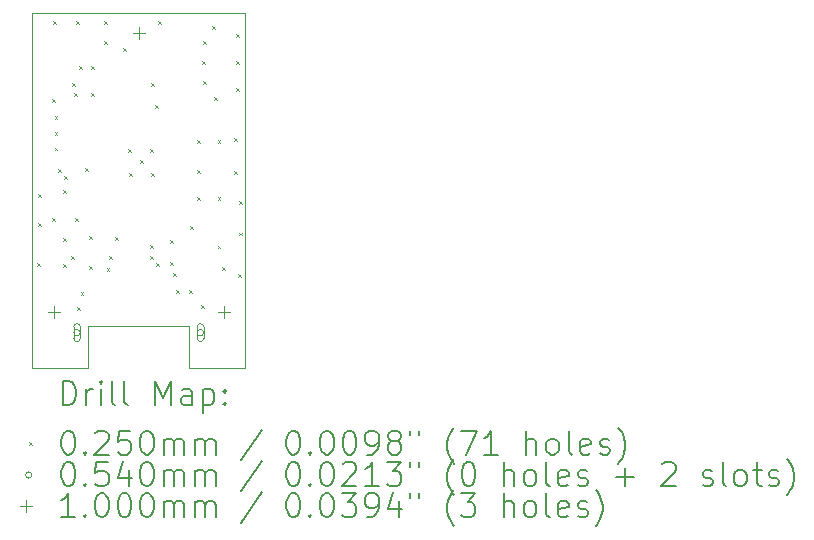
<source format=gbr>
%TF.GenerationSoftware,KiCad,Pcbnew,7.0.9*%
%TF.CreationDate,2023-12-16T11:51:22+08:00*%
%TF.ProjectId,iPico,69506963-6f2e-46b6-9963-61645f706362,rev?*%
%TF.SameCoordinates,Original*%
%TF.FileFunction,Drillmap*%
%TF.FilePolarity,Positive*%
%FSLAX45Y45*%
G04 Gerber Fmt 4.5, Leading zero omitted, Abs format (unit mm)*
G04 Created by KiCad (PCBNEW 7.0.9) date 2023-12-16 11:51:22*
%MOMM*%
%LPD*%
G01*
G04 APERTURE LIST*
%ADD10C,0.100000*%
%ADD11C,0.200000*%
G04 APERTURE END LIST*
D10*
X10430000Y-11151000D02*
X10430000Y-11501000D01*
X9100000Y-11501000D02*
X9100000Y-8501000D01*
X9100000Y-8501000D02*
X10900000Y-8501000D01*
X10900000Y-11501000D02*
X10430000Y-11501000D01*
X9100000Y-11501000D02*
X9570000Y-11501000D01*
X10900000Y-8501000D02*
X10900000Y-11501000D01*
X9570000Y-11151000D02*
X10430000Y-11151000D01*
X9570000Y-11501000D02*
X9570000Y-11151000D01*
D11*
D10*
X9137500Y-10617500D02*
X9162500Y-10642500D01*
X9162500Y-10617500D02*
X9137500Y-10642500D01*
X9147500Y-10027500D02*
X9172500Y-10052500D01*
X9172500Y-10027500D02*
X9147500Y-10052500D01*
X9147500Y-10277500D02*
X9172500Y-10302500D01*
X9172500Y-10277500D02*
X9147500Y-10302500D01*
X9267500Y-9227500D02*
X9292500Y-9252500D01*
X9292500Y-9227500D02*
X9267500Y-9252500D01*
X9267500Y-10237500D02*
X9292500Y-10262500D01*
X9292500Y-10237500D02*
X9267500Y-10262500D01*
X9277500Y-8567500D02*
X9302500Y-8592500D01*
X9302500Y-8567500D02*
X9277500Y-8592500D01*
X9287500Y-9367500D02*
X9312500Y-9392500D01*
X9312500Y-9367500D02*
X9287500Y-9392500D01*
X9287500Y-9507500D02*
X9312500Y-9532500D01*
X9312500Y-9507500D02*
X9287500Y-9532500D01*
X9287500Y-9637500D02*
X9312500Y-9662500D01*
X9312500Y-9637500D02*
X9287500Y-9662500D01*
X9317500Y-9820000D02*
X9342500Y-9845000D01*
X9342500Y-9820000D02*
X9317500Y-9845000D01*
X9357500Y-10000000D02*
X9382500Y-10025000D01*
X9382500Y-10000000D02*
X9357500Y-10025000D01*
X9357500Y-10407500D02*
X9382500Y-10432500D01*
X9382500Y-10407500D02*
X9357500Y-10432500D01*
X9357500Y-10627500D02*
X9382500Y-10652500D01*
X9382500Y-10627500D02*
X9357500Y-10652500D01*
X9369500Y-9877500D02*
X9394500Y-9902500D01*
X9394500Y-9877500D02*
X9369500Y-9902500D01*
X9427500Y-10558000D02*
X9452500Y-10583000D01*
X9452500Y-10558000D02*
X9427500Y-10583000D01*
X9437500Y-9093000D02*
X9462500Y-9118000D01*
X9462500Y-9093000D02*
X9437500Y-9118000D01*
X9448951Y-9179249D02*
X9473951Y-9204249D01*
X9473951Y-9179249D02*
X9448951Y-9204249D01*
X9457500Y-10237500D02*
X9482500Y-10262500D01*
X9482500Y-10237500D02*
X9457500Y-10262500D01*
X9467500Y-8567500D02*
X9492500Y-8592500D01*
X9492500Y-8567500D02*
X9467500Y-8592500D01*
X9477500Y-10987500D02*
X9502500Y-11012500D01*
X9502500Y-10987500D02*
X9477500Y-11012500D01*
X9497500Y-8947500D02*
X9522500Y-8972500D01*
X9522500Y-8947500D02*
X9497500Y-8972500D01*
X9507500Y-10857500D02*
X9532500Y-10882500D01*
X9532500Y-10857500D02*
X9507500Y-10882500D01*
X9547500Y-9807500D02*
X9572500Y-9832500D01*
X9572500Y-9807500D02*
X9547500Y-9832500D01*
X9577500Y-10387500D02*
X9602500Y-10412500D01*
X9602500Y-10387500D02*
X9577500Y-10412500D01*
X9577500Y-10637500D02*
X9602500Y-10662500D01*
X9602500Y-10637500D02*
X9577500Y-10662500D01*
X9597180Y-9177180D02*
X9622180Y-9202180D01*
X9622180Y-9177180D02*
X9597180Y-9202180D01*
X9597500Y-8947500D02*
X9622500Y-8972500D01*
X9622500Y-8947500D02*
X9597500Y-8972500D01*
X9707500Y-8567500D02*
X9732500Y-8592500D01*
X9732500Y-8567500D02*
X9707500Y-8592500D01*
X9707500Y-8737500D02*
X9732500Y-8762500D01*
X9732500Y-8737500D02*
X9707500Y-8762500D01*
X9727500Y-10657500D02*
X9752500Y-10682500D01*
X9752500Y-10657500D02*
X9727500Y-10682500D01*
X9747500Y-10558000D02*
X9772500Y-10583000D01*
X9772500Y-10558000D02*
X9747500Y-10583000D01*
X9797500Y-10397500D02*
X9822500Y-10422500D01*
X9822500Y-10397500D02*
X9797500Y-10422500D01*
X9867500Y-8797500D02*
X9892500Y-8822500D01*
X9892500Y-8797500D02*
X9867500Y-8822500D01*
X9907500Y-9647500D02*
X9932500Y-9672500D01*
X9932500Y-9647500D02*
X9907500Y-9672500D01*
X9917500Y-9857500D02*
X9942500Y-9882500D01*
X9942500Y-9857500D02*
X9917500Y-9882500D01*
X10007500Y-9747500D02*
X10032500Y-9772500D01*
X10032500Y-9747500D02*
X10007500Y-9772500D01*
X10097500Y-9647500D02*
X10122500Y-9672500D01*
X10122500Y-9647500D02*
X10097500Y-9672500D01*
X10097500Y-10459500D02*
X10122500Y-10484500D01*
X10122500Y-10459500D02*
X10097500Y-10484500D01*
X10097500Y-10555500D02*
X10122500Y-10580500D01*
X10122500Y-10555500D02*
X10097500Y-10580500D01*
X10107500Y-9093000D02*
X10132500Y-9118000D01*
X10132500Y-9093000D02*
X10107500Y-9118000D01*
X10107500Y-9857500D02*
X10132500Y-9882500D01*
X10132500Y-9857500D02*
X10107500Y-9882500D01*
X10137500Y-9277500D02*
X10162500Y-9302500D01*
X10162500Y-9277500D02*
X10137500Y-9302500D01*
X10147500Y-10617500D02*
X10172500Y-10642500D01*
X10172500Y-10617500D02*
X10147500Y-10642500D01*
X10167500Y-8567500D02*
X10192500Y-8592500D01*
X10192500Y-8567500D02*
X10167500Y-8592500D01*
X10267500Y-10417500D02*
X10292500Y-10442500D01*
X10292500Y-10417500D02*
X10267500Y-10442500D01*
X10267500Y-10607500D02*
X10292500Y-10632500D01*
X10292500Y-10607500D02*
X10267500Y-10632500D01*
X10287500Y-10700000D02*
X10312500Y-10725000D01*
X10312500Y-10700000D02*
X10287500Y-10725000D01*
X10314500Y-10842000D02*
X10339500Y-10867000D01*
X10339500Y-10842000D02*
X10314500Y-10867000D01*
X10427500Y-10847500D02*
X10452500Y-10872500D01*
X10452500Y-10847500D02*
X10427500Y-10872500D01*
X10431052Y-10303948D02*
X10456052Y-10328948D01*
X10456052Y-10303948D02*
X10431052Y-10328948D01*
X10497500Y-9577500D02*
X10522500Y-9602500D01*
X10522500Y-9577500D02*
X10497500Y-9602500D01*
X10497500Y-9827500D02*
X10522500Y-9852500D01*
X10522500Y-9827500D02*
X10497500Y-9852500D01*
X10497500Y-10057500D02*
X10522500Y-10082500D01*
X10522500Y-10057500D02*
X10497500Y-10082500D01*
X10527500Y-10967500D02*
X10552500Y-10992500D01*
X10552500Y-10967500D02*
X10527500Y-10992500D01*
X10540000Y-8907500D02*
X10565000Y-8932500D01*
X10565000Y-8907500D02*
X10540000Y-8932500D01*
X10547500Y-8737500D02*
X10572500Y-8762500D01*
X10572500Y-8737500D02*
X10547500Y-8762500D01*
X10547500Y-9077500D02*
X10572500Y-9102500D01*
X10572500Y-9077500D02*
X10547500Y-9102500D01*
X10617500Y-8607500D02*
X10642500Y-8632500D01*
X10642500Y-8607500D02*
X10617500Y-8632500D01*
X10637500Y-9207500D02*
X10662500Y-9232500D01*
X10662500Y-9207500D02*
X10637500Y-9232500D01*
X10667500Y-9577500D02*
X10692500Y-9602500D01*
X10692500Y-9577500D02*
X10667500Y-9602500D01*
X10667500Y-10057500D02*
X10692500Y-10082500D01*
X10692500Y-10057500D02*
X10667500Y-10082500D01*
X10667500Y-10467500D02*
X10692500Y-10492500D01*
X10692500Y-10467500D02*
X10667500Y-10492500D01*
X10707500Y-10647500D02*
X10732500Y-10672500D01*
X10732500Y-10647500D02*
X10707500Y-10672500D01*
X10807500Y-9557500D02*
X10832500Y-9582500D01*
X10832500Y-9557500D02*
X10807500Y-9582500D01*
X10807500Y-9837500D02*
X10832500Y-9862500D01*
X10832500Y-9837500D02*
X10807500Y-9862500D01*
X10827500Y-8677500D02*
X10852500Y-8702500D01*
X10852500Y-8677500D02*
X10827500Y-8702500D01*
X10827500Y-8907500D02*
X10852500Y-8932500D01*
X10852500Y-8907500D02*
X10827500Y-8932500D01*
X10827500Y-9137500D02*
X10852500Y-9162500D01*
X10852500Y-9137500D02*
X10827500Y-9162500D01*
X10837500Y-10707500D02*
X10862500Y-10732500D01*
X10862500Y-10707500D02*
X10837500Y-10732500D01*
X10847500Y-10087500D02*
X10872500Y-10112500D01*
X10872500Y-10087500D02*
X10847500Y-10112500D01*
X10847500Y-10357500D02*
X10872500Y-10382500D01*
X10872500Y-10357500D02*
X10847500Y-10382500D01*
X9504500Y-11205000D02*
G75*
G03*
X9504500Y-11205000I-27000J0D01*
G01*
X9450500Y-11155500D02*
X9450500Y-11254500D01*
X9450500Y-11254500D02*
G75*
G03*
X9504500Y-11254500I27000J0D01*
G01*
X9504500Y-11254500D02*
X9504500Y-11155500D01*
X9504500Y-11155500D02*
G75*
G03*
X9450500Y-11155500I-27000J0D01*
G01*
X10549500Y-11205000D02*
G75*
G03*
X10549500Y-11205000I-27000J0D01*
G01*
X10495500Y-11155500D02*
X10495500Y-11254500D01*
X10495500Y-11254500D02*
G75*
G03*
X10549500Y-11254500I27000J0D01*
G01*
X10549500Y-11254500D02*
X10549500Y-11155500D01*
X10549500Y-11155500D02*
G75*
G03*
X10495500Y-11155500I-27000J0D01*
G01*
X9280000Y-10980000D02*
X9280000Y-11080000D01*
X9230000Y-11030000D02*
X9330000Y-11030000D01*
X10000000Y-8620000D02*
X10000000Y-8720000D01*
X9950000Y-8670000D02*
X10050000Y-8670000D01*
X10720000Y-10980000D02*
X10720000Y-11080000D01*
X10670000Y-11030000D02*
X10770000Y-11030000D01*
D11*
X9355777Y-11817484D02*
X9355777Y-11617484D01*
X9355777Y-11617484D02*
X9403396Y-11617484D01*
X9403396Y-11617484D02*
X9431967Y-11627008D01*
X9431967Y-11627008D02*
X9451015Y-11646055D01*
X9451015Y-11646055D02*
X9460539Y-11665103D01*
X9460539Y-11665103D02*
X9470063Y-11703198D01*
X9470063Y-11703198D02*
X9470063Y-11731769D01*
X9470063Y-11731769D02*
X9460539Y-11769865D01*
X9460539Y-11769865D02*
X9451015Y-11788912D01*
X9451015Y-11788912D02*
X9431967Y-11807960D01*
X9431967Y-11807960D02*
X9403396Y-11817484D01*
X9403396Y-11817484D02*
X9355777Y-11817484D01*
X9555777Y-11817484D02*
X9555777Y-11684150D01*
X9555777Y-11722246D02*
X9565301Y-11703198D01*
X9565301Y-11703198D02*
X9574824Y-11693674D01*
X9574824Y-11693674D02*
X9593872Y-11684150D01*
X9593872Y-11684150D02*
X9612920Y-11684150D01*
X9679586Y-11817484D02*
X9679586Y-11684150D01*
X9679586Y-11617484D02*
X9670063Y-11627008D01*
X9670063Y-11627008D02*
X9679586Y-11636531D01*
X9679586Y-11636531D02*
X9689110Y-11627008D01*
X9689110Y-11627008D02*
X9679586Y-11617484D01*
X9679586Y-11617484D02*
X9679586Y-11636531D01*
X9803396Y-11817484D02*
X9784348Y-11807960D01*
X9784348Y-11807960D02*
X9774824Y-11788912D01*
X9774824Y-11788912D02*
X9774824Y-11617484D01*
X9908158Y-11817484D02*
X9889110Y-11807960D01*
X9889110Y-11807960D02*
X9879586Y-11788912D01*
X9879586Y-11788912D02*
X9879586Y-11617484D01*
X10136729Y-11817484D02*
X10136729Y-11617484D01*
X10136729Y-11617484D02*
X10203396Y-11760341D01*
X10203396Y-11760341D02*
X10270063Y-11617484D01*
X10270063Y-11617484D02*
X10270063Y-11817484D01*
X10451015Y-11817484D02*
X10451015Y-11712722D01*
X10451015Y-11712722D02*
X10441491Y-11693674D01*
X10441491Y-11693674D02*
X10422444Y-11684150D01*
X10422444Y-11684150D02*
X10384348Y-11684150D01*
X10384348Y-11684150D02*
X10365301Y-11693674D01*
X10451015Y-11807960D02*
X10431967Y-11817484D01*
X10431967Y-11817484D02*
X10384348Y-11817484D01*
X10384348Y-11817484D02*
X10365301Y-11807960D01*
X10365301Y-11807960D02*
X10355777Y-11788912D01*
X10355777Y-11788912D02*
X10355777Y-11769865D01*
X10355777Y-11769865D02*
X10365301Y-11750817D01*
X10365301Y-11750817D02*
X10384348Y-11741293D01*
X10384348Y-11741293D02*
X10431967Y-11741293D01*
X10431967Y-11741293D02*
X10451015Y-11731769D01*
X10546253Y-11684150D02*
X10546253Y-11884150D01*
X10546253Y-11693674D02*
X10565301Y-11684150D01*
X10565301Y-11684150D02*
X10603396Y-11684150D01*
X10603396Y-11684150D02*
X10622444Y-11693674D01*
X10622444Y-11693674D02*
X10631967Y-11703198D01*
X10631967Y-11703198D02*
X10641491Y-11722246D01*
X10641491Y-11722246D02*
X10641491Y-11779388D01*
X10641491Y-11779388D02*
X10631967Y-11798436D01*
X10631967Y-11798436D02*
X10622444Y-11807960D01*
X10622444Y-11807960D02*
X10603396Y-11817484D01*
X10603396Y-11817484D02*
X10565301Y-11817484D01*
X10565301Y-11817484D02*
X10546253Y-11807960D01*
X10727205Y-11798436D02*
X10736729Y-11807960D01*
X10736729Y-11807960D02*
X10727205Y-11817484D01*
X10727205Y-11817484D02*
X10717682Y-11807960D01*
X10717682Y-11807960D02*
X10727205Y-11798436D01*
X10727205Y-11798436D02*
X10727205Y-11817484D01*
X10727205Y-11693674D02*
X10736729Y-11703198D01*
X10736729Y-11703198D02*
X10727205Y-11712722D01*
X10727205Y-11712722D02*
X10717682Y-11703198D01*
X10717682Y-11703198D02*
X10727205Y-11693674D01*
X10727205Y-11693674D02*
X10727205Y-11712722D01*
D10*
X9070000Y-12133500D02*
X9095000Y-12158500D01*
X9095000Y-12133500D02*
X9070000Y-12158500D01*
D11*
X9393872Y-12037484D02*
X9412920Y-12037484D01*
X9412920Y-12037484D02*
X9431967Y-12047008D01*
X9431967Y-12047008D02*
X9441491Y-12056531D01*
X9441491Y-12056531D02*
X9451015Y-12075579D01*
X9451015Y-12075579D02*
X9460539Y-12113674D01*
X9460539Y-12113674D02*
X9460539Y-12161293D01*
X9460539Y-12161293D02*
X9451015Y-12199388D01*
X9451015Y-12199388D02*
X9441491Y-12218436D01*
X9441491Y-12218436D02*
X9431967Y-12227960D01*
X9431967Y-12227960D02*
X9412920Y-12237484D01*
X9412920Y-12237484D02*
X9393872Y-12237484D01*
X9393872Y-12237484D02*
X9374824Y-12227960D01*
X9374824Y-12227960D02*
X9365301Y-12218436D01*
X9365301Y-12218436D02*
X9355777Y-12199388D01*
X9355777Y-12199388D02*
X9346253Y-12161293D01*
X9346253Y-12161293D02*
X9346253Y-12113674D01*
X9346253Y-12113674D02*
X9355777Y-12075579D01*
X9355777Y-12075579D02*
X9365301Y-12056531D01*
X9365301Y-12056531D02*
X9374824Y-12047008D01*
X9374824Y-12047008D02*
X9393872Y-12037484D01*
X9546253Y-12218436D02*
X9555777Y-12227960D01*
X9555777Y-12227960D02*
X9546253Y-12237484D01*
X9546253Y-12237484D02*
X9536729Y-12227960D01*
X9536729Y-12227960D02*
X9546253Y-12218436D01*
X9546253Y-12218436D02*
X9546253Y-12237484D01*
X9631967Y-12056531D02*
X9641491Y-12047008D01*
X9641491Y-12047008D02*
X9660539Y-12037484D01*
X9660539Y-12037484D02*
X9708158Y-12037484D01*
X9708158Y-12037484D02*
X9727205Y-12047008D01*
X9727205Y-12047008D02*
X9736729Y-12056531D01*
X9736729Y-12056531D02*
X9746253Y-12075579D01*
X9746253Y-12075579D02*
X9746253Y-12094627D01*
X9746253Y-12094627D02*
X9736729Y-12123198D01*
X9736729Y-12123198D02*
X9622444Y-12237484D01*
X9622444Y-12237484D02*
X9746253Y-12237484D01*
X9927205Y-12037484D02*
X9831967Y-12037484D01*
X9831967Y-12037484D02*
X9822444Y-12132722D01*
X9822444Y-12132722D02*
X9831967Y-12123198D01*
X9831967Y-12123198D02*
X9851015Y-12113674D01*
X9851015Y-12113674D02*
X9898634Y-12113674D01*
X9898634Y-12113674D02*
X9917682Y-12123198D01*
X9917682Y-12123198D02*
X9927205Y-12132722D01*
X9927205Y-12132722D02*
X9936729Y-12151769D01*
X9936729Y-12151769D02*
X9936729Y-12199388D01*
X9936729Y-12199388D02*
X9927205Y-12218436D01*
X9927205Y-12218436D02*
X9917682Y-12227960D01*
X9917682Y-12227960D02*
X9898634Y-12237484D01*
X9898634Y-12237484D02*
X9851015Y-12237484D01*
X9851015Y-12237484D02*
X9831967Y-12227960D01*
X9831967Y-12227960D02*
X9822444Y-12218436D01*
X10060539Y-12037484D02*
X10079586Y-12037484D01*
X10079586Y-12037484D02*
X10098634Y-12047008D01*
X10098634Y-12047008D02*
X10108158Y-12056531D01*
X10108158Y-12056531D02*
X10117682Y-12075579D01*
X10117682Y-12075579D02*
X10127205Y-12113674D01*
X10127205Y-12113674D02*
X10127205Y-12161293D01*
X10127205Y-12161293D02*
X10117682Y-12199388D01*
X10117682Y-12199388D02*
X10108158Y-12218436D01*
X10108158Y-12218436D02*
X10098634Y-12227960D01*
X10098634Y-12227960D02*
X10079586Y-12237484D01*
X10079586Y-12237484D02*
X10060539Y-12237484D01*
X10060539Y-12237484D02*
X10041491Y-12227960D01*
X10041491Y-12227960D02*
X10031967Y-12218436D01*
X10031967Y-12218436D02*
X10022444Y-12199388D01*
X10022444Y-12199388D02*
X10012920Y-12161293D01*
X10012920Y-12161293D02*
X10012920Y-12113674D01*
X10012920Y-12113674D02*
X10022444Y-12075579D01*
X10022444Y-12075579D02*
X10031967Y-12056531D01*
X10031967Y-12056531D02*
X10041491Y-12047008D01*
X10041491Y-12047008D02*
X10060539Y-12037484D01*
X10212920Y-12237484D02*
X10212920Y-12104150D01*
X10212920Y-12123198D02*
X10222444Y-12113674D01*
X10222444Y-12113674D02*
X10241491Y-12104150D01*
X10241491Y-12104150D02*
X10270063Y-12104150D01*
X10270063Y-12104150D02*
X10289110Y-12113674D01*
X10289110Y-12113674D02*
X10298634Y-12132722D01*
X10298634Y-12132722D02*
X10298634Y-12237484D01*
X10298634Y-12132722D02*
X10308158Y-12113674D01*
X10308158Y-12113674D02*
X10327205Y-12104150D01*
X10327205Y-12104150D02*
X10355777Y-12104150D01*
X10355777Y-12104150D02*
X10374825Y-12113674D01*
X10374825Y-12113674D02*
X10384348Y-12132722D01*
X10384348Y-12132722D02*
X10384348Y-12237484D01*
X10479586Y-12237484D02*
X10479586Y-12104150D01*
X10479586Y-12123198D02*
X10489110Y-12113674D01*
X10489110Y-12113674D02*
X10508158Y-12104150D01*
X10508158Y-12104150D02*
X10536729Y-12104150D01*
X10536729Y-12104150D02*
X10555777Y-12113674D01*
X10555777Y-12113674D02*
X10565301Y-12132722D01*
X10565301Y-12132722D02*
X10565301Y-12237484D01*
X10565301Y-12132722D02*
X10574825Y-12113674D01*
X10574825Y-12113674D02*
X10593872Y-12104150D01*
X10593872Y-12104150D02*
X10622444Y-12104150D01*
X10622444Y-12104150D02*
X10641491Y-12113674D01*
X10641491Y-12113674D02*
X10651015Y-12132722D01*
X10651015Y-12132722D02*
X10651015Y-12237484D01*
X11041491Y-12027960D02*
X10870063Y-12285103D01*
X11298634Y-12037484D02*
X11317682Y-12037484D01*
X11317682Y-12037484D02*
X11336729Y-12047008D01*
X11336729Y-12047008D02*
X11346253Y-12056531D01*
X11346253Y-12056531D02*
X11355777Y-12075579D01*
X11355777Y-12075579D02*
X11365301Y-12113674D01*
X11365301Y-12113674D02*
X11365301Y-12161293D01*
X11365301Y-12161293D02*
X11355777Y-12199388D01*
X11355777Y-12199388D02*
X11346253Y-12218436D01*
X11346253Y-12218436D02*
X11336729Y-12227960D01*
X11336729Y-12227960D02*
X11317682Y-12237484D01*
X11317682Y-12237484D02*
X11298634Y-12237484D01*
X11298634Y-12237484D02*
X11279586Y-12227960D01*
X11279586Y-12227960D02*
X11270063Y-12218436D01*
X11270063Y-12218436D02*
X11260539Y-12199388D01*
X11260539Y-12199388D02*
X11251015Y-12161293D01*
X11251015Y-12161293D02*
X11251015Y-12113674D01*
X11251015Y-12113674D02*
X11260539Y-12075579D01*
X11260539Y-12075579D02*
X11270063Y-12056531D01*
X11270063Y-12056531D02*
X11279586Y-12047008D01*
X11279586Y-12047008D02*
X11298634Y-12037484D01*
X11451015Y-12218436D02*
X11460539Y-12227960D01*
X11460539Y-12227960D02*
X11451015Y-12237484D01*
X11451015Y-12237484D02*
X11441491Y-12227960D01*
X11441491Y-12227960D02*
X11451015Y-12218436D01*
X11451015Y-12218436D02*
X11451015Y-12237484D01*
X11584348Y-12037484D02*
X11603396Y-12037484D01*
X11603396Y-12037484D02*
X11622444Y-12047008D01*
X11622444Y-12047008D02*
X11631967Y-12056531D01*
X11631967Y-12056531D02*
X11641491Y-12075579D01*
X11641491Y-12075579D02*
X11651015Y-12113674D01*
X11651015Y-12113674D02*
X11651015Y-12161293D01*
X11651015Y-12161293D02*
X11641491Y-12199388D01*
X11641491Y-12199388D02*
X11631967Y-12218436D01*
X11631967Y-12218436D02*
X11622444Y-12227960D01*
X11622444Y-12227960D02*
X11603396Y-12237484D01*
X11603396Y-12237484D02*
X11584348Y-12237484D01*
X11584348Y-12237484D02*
X11565301Y-12227960D01*
X11565301Y-12227960D02*
X11555777Y-12218436D01*
X11555777Y-12218436D02*
X11546253Y-12199388D01*
X11546253Y-12199388D02*
X11536729Y-12161293D01*
X11536729Y-12161293D02*
X11536729Y-12113674D01*
X11536729Y-12113674D02*
X11546253Y-12075579D01*
X11546253Y-12075579D02*
X11555777Y-12056531D01*
X11555777Y-12056531D02*
X11565301Y-12047008D01*
X11565301Y-12047008D02*
X11584348Y-12037484D01*
X11774825Y-12037484D02*
X11793872Y-12037484D01*
X11793872Y-12037484D02*
X11812920Y-12047008D01*
X11812920Y-12047008D02*
X11822444Y-12056531D01*
X11822444Y-12056531D02*
X11831967Y-12075579D01*
X11831967Y-12075579D02*
X11841491Y-12113674D01*
X11841491Y-12113674D02*
X11841491Y-12161293D01*
X11841491Y-12161293D02*
X11831967Y-12199388D01*
X11831967Y-12199388D02*
X11822444Y-12218436D01*
X11822444Y-12218436D02*
X11812920Y-12227960D01*
X11812920Y-12227960D02*
X11793872Y-12237484D01*
X11793872Y-12237484D02*
X11774825Y-12237484D01*
X11774825Y-12237484D02*
X11755777Y-12227960D01*
X11755777Y-12227960D02*
X11746253Y-12218436D01*
X11746253Y-12218436D02*
X11736729Y-12199388D01*
X11736729Y-12199388D02*
X11727206Y-12161293D01*
X11727206Y-12161293D02*
X11727206Y-12113674D01*
X11727206Y-12113674D02*
X11736729Y-12075579D01*
X11736729Y-12075579D02*
X11746253Y-12056531D01*
X11746253Y-12056531D02*
X11755777Y-12047008D01*
X11755777Y-12047008D02*
X11774825Y-12037484D01*
X11936729Y-12237484D02*
X11974825Y-12237484D01*
X11974825Y-12237484D02*
X11993872Y-12227960D01*
X11993872Y-12227960D02*
X12003396Y-12218436D01*
X12003396Y-12218436D02*
X12022444Y-12189865D01*
X12022444Y-12189865D02*
X12031967Y-12151769D01*
X12031967Y-12151769D02*
X12031967Y-12075579D01*
X12031967Y-12075579D02*
X12022444Y-12056531D01*
X12022444Y-12056531D02*
X12012920Y-12047008D01*
X12012920Y-12047008D02*
X11993872Y-12037484D01*
X11993872Y-12037484D02*
X11955777Y-12037484D01*
X11955777Y-12037484D02*
X11936729Y-12047008D01*
X11936729Y-12047008D02*
X11927206Y-12056531D01*
X11927206Y-12056531D02*
X11917682Y-12075579D01*
X11917682Y-12075579D02*
X11917682Y-12123198D01*
X11917682Y-12123198D02*
X11927206Y-12142246D01*
X11927206Y-12142246D02*
X11936729Y-12151769D01*
X11936729Y-12151769D02*
X11955777Y-12161293D01*
X11955777Y-12161293D02*
X11993872Y-12161293D01*
X11993872Y-12161293D02*
X12012920Y-12151769D01*
X12012920Y-12151769D02*
X12022444Y-12142246D01*
X12022444Y-12142246D02*
X12031967Y-12123198D01*
X12146253Y-12123198D02*
X12127206Y-12113674D01*
X12127206Y-12113674D02*
X12117682Y-12104150D01*
X12117682Y-12104150D02*
X12108158Y-12085103D01*
X12108158Y-12085103D02*
X12108158Y-12075579D01*
X12108158Y-12075579D02*
X12117682Y-12056531D01*
X12117682Y-12056531D02*
X12127206Y-12047008D01*
X12127206Y-12047008D02*
X12146253Y-12037484D01*
X12146253Y-12037484D02*
X12184348Y-12037484D01*
X12184348Y-12037484D02*
X12203396Y-12047008D01*
X12203396Y-12047008D02*
X12212920Y-12056531D01*
X12212920Y-12056531D02*
X12222444Y-12075579D01*
X12222444Y-12075579D02*
X12222444Y-12085103D01*
X12222444Y-12085103D02*
X12212920Y-12104150D01*
X12212920Y-12104150D02*
X12203396Y-12113674D01*
X12203396Y-12113674D02*
X12184348Y-12123198D01*
X12184348Y-12123198D02*
X12146253Y-12123198D01*
X12146253Y-12123198D02*
X12127206Y-12132722D01*
X12127206Y-12132722D02*
X12117682Y-12142246D01*
X12117682Y-12142246D02*
X12108158Y-12161293D01*
X12108158Y-12161293D02*
X12108158Y-12199388D01*
X12108158Y-12199388D02*
X12117682Y-12218436D01*
X12117682Y-12218436D02*
X12127206Y-12227960D01*
X12127206Y-12227960D02*
X12146253Y-12237484D01*
X12146253Y-12237484D02*
X12184348Y-12237484D01*
X12184348Y-12237484D02*
X12203396Y-12227960D01*
X12203396Y-12227960D02*
X12212920Y-12218436D01*
X12212920Y-12218436D02*
X12222444Y-12199388D01*
X12222444Y-12199388D02*
X12222444Y-12161293D01*
X12222444Y-12161293D02*
X12212920Y-12142246D01*
X12212920Y-12142246D02*
X12203396Y-12132722D01*
X12203396Y-12132722D02*
X12184348Y-12123198D01*
X12298634Y-12037484D02*
X12298634Y-12075579D01*
X12374825Y-12037484D02*
X12374825Y-12075579D01*
X12670063Y-12313674D02*
X12660539Y-12304150D01*
X12660539Y-12304150D02*
X12641491Y-12275579D01*
X12641491Y-12275579D02*
X12631968Y-12256531D01*
X12631968Y-12256531D02*
X12622444Y-12227960D01*
X12622444Y-12227960D02*
X12612920Y-12180341D01*
X12612920Y-12180341D02*
X12612920Y-12142246D01*
X12612920Y-12142246D02*
X12622444Y-12094627D01*
X12622444Y-12094627D02*
X12631968Y-12066055D01*
X12631968Y-12066055D02*
X12641491Y-12047008D01*
X12641491Y-12047008D02*
X12660539Y-12018436D01*
X12660539Y-12018436D02*
X12670063Y-12008912D01*
X12727206Y-12037484D02*
X12860539Y-12037484D01*
X12860539Y-12037484D02*
X12774825Y-12237484D01*
X13041491Y-12237484D02*
X12927206Y-12237484D01*
X12984348Y-12237484D02*
X12984348Y-12037484D01*
X12984348Y-12037484D02*
X12965301Y-12066055D01*
X12965301Y-12066055D02*
X12946253Y-12085103D01*
X12946253Y-12085103D02*
X12927206Y-12094627D01*
X13279587Y-12237484D02*
X13279587Y-12037484D01*
X13365301Y-12237484D02*
X13365301Y-12132722D01*
X13365301Y-12132722D02*
X13355777Y-12113674D01*
X13355777Y-12113674D02*
X13336730Y-12104150D01*
X13336730Y-12104150D02*
X13308158Y-12104150D01*
X13308158Y-12104150D02*
X13289110Y-12113674D01*
X13289110Y-12113674D02*
X13279587Y-12123198D01*
X13489110Y-12237484D02*
X13470063Y-12227960D01*
X13470063Y-12227960D02*
X13460539Y-12218436D01*
X13460539Y-12218436D02*
X13451015Y-12199388D01*
X13451015Y-12199388D02*
X13451015Y-12142246D01*
X13451015Y-12142246D02*
X13460539Y-12123198D01*
X13460539Y-12123198D02*
X13470063Y-12113674D01*
X13470063Y-12113674D02*
X13489110Y-12104150D01*
X13489110Y-12104150D02*
X13517682Y-12104150D01*
X13517682Y-12104150D02*
X13536730Y-12113674D01*
X13536730Y-12113674D02*
X13546253Y-12123198D01*
X13546253Y-12123198D02*
X13555777Y-12142246D01*
X13555777Y-12142246D02*
X13555777Y-12199388D01*
X13555777Y-12199388D02*
X13546253Y-12218436D01*
X13546253Y-12218436D02*
X13536730Y-12227960D01*
X13536730Y-12227960D02*
X13517682Y-12237484D01*
X13517682Y-12237484D02*
X13489110Y-12237484D01*
X13670063Y-12237484D02*
X13651015Y-12227960D01*
X13651015Y-12227960D02*
X13641491Y-12208912D01*
X13641491Y-12208912D02*
X13641491Y-12037484D01*
X13822444Y-12227960D02*
X13803396Y-12237484D01*
X13803396Y-12237484D02*
X13765301Y-12237484D01*
X13765301Y-12237484D02*
X13746253Y-12227960D01*
X13746253Y-12227960D02*
X13736730Y-12208912D01*
X13736730Y-12208912D02*
X13736730Y-12132722D01*
X13736730Y-12132722D02*
X13746253Y-12113674D01*
X13746253Y-12113674D02*
X13765301Y-12104150D01*
X13765301Y-12104150D02*
X13803396Y-12104150D01*
X13803396Y-12104150D02*
X13822444Y-12113674D01*
X13822444Y-12113674D02*
X13831968Y-12132722D01*
X13831968Y-12132722D02*
X13831968Y-12151769D01*
X13831968Y-12151769D02*
X13736730Y-12170817D01*
X13908158Y-12227960D02*
X13927206Y-12237484D01*
X13927206Y-12237484D02*
X13965301Y-12237484D01*
X13965301Y-12237484D02*
X13984349Y-12227960D01*
X13984349Y-12227960D02*
X13993872Y-12208912D01*
X13993872Y-12208912D02*
X13993872Y-12199388D01*
X13993872Y-12199388D02*
X13984349Y-12180341D01*
X13984349Y-12180341D02*
X13965301Y-12170817D01*
X13965301Y-12170817D02*
X13936730Y-12170817D01*
X13936730Y-12170817D02*
X13917682Y-12161293D01*
X13917682Y-12161293D02*
X13908158Y-12142246D01*
X13908158Y-12142246D02*
X13908158Y-12132722D01*
X13908158Y-12132722D02*
X13917682Y-12113674D01*
X13917682Y-12113674D02*
X13936730Y-12104150D01*
X13936730Y-12104150D02*
X13965301Y-12104150D01*
X13965301Y-12104150D02*
X13984349Y-12113674D01*
X14060539Y-12313674D02*
X14070063Y-12304150D01*
X14070063Y-12304150D02*
X14089111Y-12275579D01*
X14089111Y-12275579D02*
X14098634Y-12256531D01*
X14098634Y-12256531D02*
X14108158Y-12227960D01*
X14108158Y-12227960D02*
X14117682Y-12180341D01*
X14117682Y-12180341D02*
X14117682Y-12142246D01*
X14117682Y-12142246D02*
X14108158Y-12094627D01*
X14108158Y-12094627D02*
X14098634Y-12066055D01*
X14098634Y-12066055D02*
X14089111Y-12047008D01*
X14089111Y-12047008D02*
X14070063Y-12018436D01*
X14070063Y-12018436D02*
X14060539Y-12008912D01*
D10*
X9095000Y-12410000D02*
G75*
G03*
X9095000Y-12410000I-27000J0D01*
G01*
D11*
X9393872Y-12301484D02*
X9412920Y-12301484D01*
X9412920Y-12301484D02*
X9431967Y-12311008D01*
X9431967Y-12311008D02*
X9441491Y-12320531D01*
X9441491Y-12320531D02*
X9451015Y-12339579D01*
X9451015Y-12339579D02*
X9460539Y-12377674D01*
X9460539Y-12377674D02*
X9460539Y-12425293D01*
X9460539Y-12425293D02*
X9451015Y-12463388D01*
X9451015Y-12463388D02*
X9441491Y-12482436D01*
X9441491Y-12482436D02*
X9431967Y-12491960D01*
X9431967Y-12491960D02*
X9412920Y-12501484D01*
X9412920Y-12501484D02*
X9393872Y-12501484D01*
X9393872Y-12501484D02*
X9374824Y-12491960D01*
X9374824Y-12491960D02*
X9365301Y-12482436D01*
X9365301Y-12482436D02*
X9355777Y-12463388D01*
X9355777Y-12463388D02*
X9346253Y-12425293D01*
X9346253Y-12425293D02*
X9346253Y-12377674D01*
X9346253Y-12377674D02*
X9355777Y-12339579D01*
X9355777Y-12339579D02*
X9365301Y-12320531D01*
X9365301Y-12320531D02*
X9374824Y-12311008D01*
X9374824Y-12311008D02*
X9393872Y-12301484D01*
X9546253Y-12482436D02*
X9555777Y-12491960D01*
X9555777Y-12491960D02*
X9546253Y-12501484D01*
X9546253Y-12501484D02*
X9536729Y-12491960D01*
X9536729Y-12491960D02*
X9546253Y-12482436D01*
X9546253Y-12482436D02*
X9546253Y-12501484D01*
X9736729Y-12301484D02*
X9641491Y-12301484D01*
X9641491Y-12301484D02*
X9631967Y-12396722D01*
X9631967Y-12396722D02*
X9641491Y-12387198D01*
X9641491Y-12387198D02*
X9660539Y-12377674D01*
X9660539Y-12377674D02*
X9708158Y-12377674D01*
X9708158Y-12377674D02*
X9727205Y-12387198D01*
X9727205Y-12387198D02*
X9736729Y-12396722D01*
X9736729Y-12396722D02*
X9746253Y-12415769D01*
X9746253Y-12415769D02*
X9746253Y-12463388D01*
X9746253Y-12463388D02*
X9736729Y-12482436D01*
X9736729Y-12482436D02*
X9727205Y-12491960D01*
X9727205Y-12491960D02*
X9708158Y-12501484D01*
X9708158Y-12501484D02*
X9660539Y-12501484D01*
X9660539Y-12501484D02*
X9641491Y-12491960D01*
X9641491Y-12491960D02*
X9631967Y-12482436D01*
X9917682Y-12368150D02*
X9917682Y-12501484D01*
X9870063Y-12291960D02*
X9822444Y-12434817D01*
X9822444Y-12434817D02*
X9946253Y-12434817D01*
X10060539Y-12301484D02*
X10079586Y-12301484D01*
X10079586Y-12301484D02*
X10098634Y-12311008D01*
X10098634Y-12311008D02*
X10108158Y-12320531D01*
X10108158Y-12320531D02*
X10117682Y-12339579D01*
X10117682Y-12339579D02*
X10127205Y-12377674D01*
X10127205Y-12377674D02*
X10127205Y-12425293D01*
X10127205Y-12425293D02*
X10117682Y-12463388D01*
X10117682Y-12463388D02*
X10108158Y-12482436D01*
X10108158Y-12482436D02*
X10098634Y-12491960D01*
X10098634Y-12491960D02*
X10079586Y-12501484D01*
X10079586Y-12501484D02*
X10060539Y-12501484D01*
X10060539Y-12501484D02*
X10041491Y-12491960D01*
X10041491Y-12491960D02*
X10031967Y-12482436D01*
X10031967Y-12482436D02*
X10022444Y-12463388D01*
X10022444Y-12463388D02*
X10012920Y-12425293D01*
X10012920Y-12425293D02*
X10012920Y-12377674D01*
X10012920Y-12377674D02*
X10022444Y-12339579D01*
X10022444Y-12339579D02*
X10031967Y-12320531D01*
X10031967Y-12320531D02*
X10041491Y-12311008D01*
X10041491Y-12311008D02*
X10060539Y-12301484D01*
X10212920Y-12501484D02*
X10212920Y-12368150D01*
X10212920Y-12387198D02*
X10222444Y-12377674D01*
X10222444Y-12377674D02*
X10241491Y-12368150D01*
X10241491Y-12368150D02*
X10270063Y-12368150D01*
X10270063Y-12368150D02*
X10289110Y-12377674D01*
X10289110Y-12377674D02*
X10298634Y-12396722D01*
X10298634Y-12396722D02*
X10298634Y-12501484D01*
X10298634Y-12396722D02*
X10308158Y-12377674D01*
X10308158Y-12377674D02*
X10327205Y-12368150D01*
X10327205Y-12368150D02*
X10355777Y-12368150D01*
X10355777Y-12368150D02*
X10374825Y-12377674D01*
X10374825Y-12377674D02*
X10384348Y-12396722D01*
X10384348Y-12396722D02*
X10384348Y-12501484D01*
X10479586Y-12501484D02*
X10479586Y-12368150D01*
X10479586Y-12387198D02*
X10489110Y-12377674D01*
X10489110Y-12377674D02*
X10508158Y-12368150D01*
X10508158Y-12368150D02*
X10536729Y-12368150D01*
X10536729Y-12368150D02*
X10555777Y-12377674D01*
X10555777Y-12377674D02*
X10565301Y-12396722D01*
X10565301Y-12396722D02*
X10565301Y-12501484D01*
X10565301Y-12396722D02*
X10574825Y-12377674D01*
X10574825Y-12377674D02*
X10593872Y-12368150D01*
X10593872Y-12368150D02*
X10622444Y-12368150D01*
X10622444Y-12368150D02*
X10641491Y-12377674D01*
X10641491Y-12377674D02*
X10651015Y-12396722D01*
X10651015Y-12396722D02*
X10651015Y-12501484D01*
X11041491Y-12291960D02*
X10870063Y-12549103D01*
X11298634Y-12301484D02*
X11317682Y-12301484D01*
X11317682Y-12301484D02*
X11336729Y-12311008D01*
X11336729Y-12311008D02*
X11346253Y-12320531D01*
X11346253Y-12320531D02*
X11355777Y-12339579D01*
X11355777Y-12339579D02*
X11365301Y-12377674D01*
X11365301Y-12377674D02*
X11365301Y-12425293D01*
X11365301Y-12425293D02*
X11355777Y-12463388D01*
X11355777Y-12463388D02*
X11346253Y-12482436D01*
X11346253Y-12482436D02*
X11336729Y-12491960D01*
X11336729Y-12491960D02*
X11317682Y-12501484D01*
X11317682Y-12501484D02*
X11298634Y-12501484D01*
X11298634Y-12501484D02*
X11279586Y-12491960D01*
X11279586Y-12491960D02*
X11270063Y-12482436D01*
X11270063Y-12482436D02*
X11260539Y-12463388D01*
X11260539Y-12463388D02*
X11251015Y-12425293D01*
X11251015Y-12425293D02*
X11251015Y-12377674D01*
X11251015Y-12377674D02*
X11260539Y-12339579D01*
X11260539Y-12339579D02*
X11270063Y-12320531D01*
X11270063Y-12320531D02*
X11279586Y-12311008D01*
X11279586Y-12311008D02*
X11298634Y-12301484D01*
X11451015Y-12482436D02*
X11460539Y-12491960D01*
X11460539Y-12491960D02*
X11451015Y-12501484D01*
X11451015Y-12501484D02*
X11441491Y-12491960D01*
X11441491Y-12491960D02*
X11451015Y-12482436D01*
X11451015Y-12482436D02*
X11451015Y-12501484D01*
X11584348Y-12301484D02*
X11603396Y-12301484D01*
X11603396Y-12301484D02*
X11622444Y-12311008D01*
X11622444Y-12311008D02*
X11631967Y-12320531D01*
X11631967Y-12320531D02*
X11641491Y-12339579D01*
X11641491Y-12339579D02*
X11651015Y-12377674D01*
X11651015Y-12377674D02*
X11651015Y-12425293D01*
X11651015Y-12425293D02*
X11641491Y-12463388D01*
X11641491Y-12463388D02*
X11631967Y-12482436D01*
X11631967Y-12482436D02*
X11622444Y-12491960D01*
X11622444Y-12491960D02*
X11603396Y-12501484D01*
X11603396Y-12501484D02*
X11584348Y-12501484D01*
X11584348Y-12501484D02*
X11565301Y-12491960D01*
X11565301Y-12491960D02*
X11555777Y-12482436D01*
X11555777Y-12482436D02*
X11546253Y-12463388D01*
X11546253Y-12463388D02*
X11536729Y-12425293D01*
X11536729Y-12425293D02*
X11536729Y-12377674D01*
X11536729Y-12377674D02*
X11546253Y-12339579D01*
X11546253Y-12339579D02*
X11555777Y-12320531D01*
X11555777Y-12320531D02*
X11565301Y-12311008D01*
X11565301Y-12311008D02*
X11584348Y-12301484D01*
X11727206Y-12320531D02*
X11736729Y-12311008D01*
X11736729Y-12311008D02*
X11755777Y-12301484D01*
X11755777Y-12301484D02*
X11803396Y-12301484D01*
X11803396Y-12301484D02*
X11822444Y-12311008D01*
X11822444Y-12311008D02*
X11831967Y-12320531D01*
X11831967Y-12320531D02*
X11841491Y-12339579D01*
X11841491Y-12339579D02*
X11841491Y-12358627D01*
X11841491Y-12358627D02*
X11831967Y-12387198D01*
X11831967Y-12387198D02*
X11717682Y-12501484D01*
X11717682Y-12501484D02*
X11841491Y-12501484D01*
X12031967Y-12501484D02*
X11917682Y-12501484D01*
X11974825Y-12501484D02*
X11974825Y-12301484D01*
X11974825Y-12301484D02*
X11955777Y-12330055D01*
X11955777Y-12330055D02*
X11936729Y-12349103D01*
X11936729Y-12349103D02*
X11917682Y-12358627D01*
X12098634Y-12301484D02*
X12222444Y-12301484D01*
X12222444Y-12301484D02*
X12155777Y-12377674D01*
X12155777Y-12377674D02*
X12184348Y-12377674D01*
X12184348Y-12377674D02*
X12203396Y-12387198D01*
X12203396Y-12387198D02*
X12212920Y-12396722D01*
X12212920Y-12396722D02*
X12222444Y-12415769D01*
X12222444Y-12415769D02*
X12222444Y-12463388D01*
X12222444Y-12463388D02*
X12212920Y-12482436D01*
X12212920Y-12482436D02*
X12203396Y-12491960D01*
X12203396Y-12491960D02*
X12184348Y-12501484D01*
X12184348Y-12501484D02*
X12127206Y-12501484D01*
X12127206Y-12501484D02*
X12108158Y-12491960D01*
X12108158Y-12491960D02*
X12098634Y-12482436D01*
X12298634Y-12301484D02*
X12298634Y-12339579D01*
X12374825Y-12301484D02*
X12374825Y-12339579D01*
X12670063Y-12577674D02*
X12660539Y-12568150D01*
X12660539Y-12568150D02*
X12641491Y-12539579D01*
X12641491Y-12539579D02*
X12631968Y-12520531D01*
X12631968Y-12520531D02*
X12622444Y-12491960D01*
X12622444Y-12491960D02*
X12612920Y-12444341D01*
X12612920Y-12444341D02*
X12612920Y-12406246D01*
X12612920Y-12406246D02*
X12622444Y-12358627D01*
X12622444Y-12358627D02*
X12631968Y-12330055D01*
X12631968Y-12330055D02*
X12641491Y-12311008D01*
X12641491Y-12311008D02*
X12660539Y-12282436D01*
X12660539Y-12282436D02*
X12670063Y-12272912D01*
X12784348Y-12301484D02*
X12803396Y-12301484D01*
X12803396Y-12301484D02*
X12822444Y-12311008D01*
X12822444Y-12311008D02*
X12831968Y-12320531D01*
X12831968Y-12320531D02*
X12841491Y-12339579D01*
X12841491Y-12339579D02*
X12851015Y-12377674D01*
X12851015Y-12377674D02*
X12851015Y-12425293D01*
X12851015Y-12425293D02*
X12841491Y-12463388D01*
X12841491Y-12463388D02*
X12831968Y-12482436D01*
X12831968Y-12482436D02*
X12822444Y-12491960D01*
X12822444Y-12491960D02*
X12803396Y-12501484D01*
X12803396Y-12501484D02*
X12784348Y-12501484D01*
X12784348Y-12501484D02*
X12765301Y-12491960D01*
X12765301Y-12491960D02*
X12755777Y-12482436D01*
X12755777Y-12482436D02*
X12746253Y-12463388D01*
X12746253Y-12463388D02*
X12736729Y-12425293D01*
X12736729Y-12425293D02*
X12736729Y-12377674D01*
X12736729Y-12377674D02*
X12746253Y-12339579D01*
X12746253Y-12339579D02*
X12755777Y-12320531D01*
X12755777Y-12320531D02*
X12765301Y-12311008D01*
X12765301Y-12311008D02*
X12784348Y-12301484D01*
X13089110Y-12501484D02*
X13089110Y-12301484D01*
X13174825Y-12501484D02*
X13174825Y-12396722D01*
X13174825Y-12396722D02*
X13165301Y-12377674D01*
X13165301Y-12377674D02*
X13146253Y-12368150D01*
X13146253Y-12368150D02*
X13117682Y-12368150D01*
X13117682Y-12368150D02*
X13098634Y-12377674D01*
X13098634Y-12377674D02*
X13089110Y-12387198D01*
X13298634Y-12501484D02*
X13279587Y-12491960D01*
X13279587Y-12491960D02*
X13270063Y-12482436D01*
X13270063Y-12482436D02*
X13260539Y-12463388D01*
X13260539Y-12463388D02*
X13260539Y-12406246D01*
X13260539Y-12406246D02*
X13270063Y-12387198D01*
X13270063Y-12387198D02*
X13279587Y-12377674D01*
X13279587Y-12377674D02*
X13298634Y-12368150D01*
X13298634Y-12368150D02*
X13327206Y-12368150D01*
X13327206Y-12368150D02*
X13346253Y-12377674D01*
X13346253Y-12377674D02*
X13355777Y-12387198D01*
X13355777Y-12387198D02*
X13365301Y-12406246D01*
X13365301Y-12406246D02*
X13365301Y-12463388D01*
X13365301Y-12463388D02*
X13355777Y-12482436D01*
X13355777Y-12482436D02*
X13346253Y-12491960D01*
X13346253Y-12491960D02*
X13327206Y-12501484D01*
X13327206Y-12501484D02*
X13298634Y-12501484D01*
X13479587Y-12501484D02*
X13460539Y-12491960D01*
X13460539Y-12491960D02*
X13451015Y-12472912D01*
X13451015Y-12472912D02*
X13451015Y-12301484D01*
X13631968Y-12491960D02*
X13612920Y-12501484D01*
X13612920Y-12501484D02*
X13574825Y-12501484D01*
X13574825Y-12501484D02*
X13555777Y-12491960D01*
X13555777Y-12491960D02*
X13546253Y-12472912D01*
X13546253Y-12472912D02*
X13546253Y-12396722D01*
X13546253Y-12396722D02*
X13555777Y-12377674D01*
X13555777Y-12377674D02*
X13574825Y-12368150D01*
X13574825Y-12368150D02*
X13612920Y-12368150D01*
X13612920Y-12368150D02*
X13631968Y-12377674D01*
X13631968Y-12377674D02*
X13641491Y-12396722D01*
X13641491Y-12396722D02*
X13641491Y-12415769D01*
X13641491Y-12415769D02*
X13546253Y-12434817D01*
X13717682Y-12491960D02*
X13736730Y-12501484D01*
X13736730Y-12501484D02*
X13774825Y-12501484D01*
X13774825Y-12501484D02*
X13793872Y-12491960D01*
X13793872Y-12491960D02*
X13803396Y-12472912D01*
X13803396Y-12472912D02*
X13803396Y-12463388D01*
X13803396Y-12463388D02*
X13793872Y-12444341D01*
X13793872Y-12444341D02*
X13774825Y-12434817D01*
X13774825Y-12434817D02*
X13746253Y-12434817D01*
X13746253Y-12434817D02*
X13727206Y-12425293D01*
X13727206Y-12425293D02*
X13717682Y-12406246D01*
X13717682Y-12406246D02*
X13717682Y-12396722D01*
X13717682Y-12396722D02*
X13727206Y-12377674D01*
X13727206Y-12377674D02*
X13746253Y-12368150D01*
X13746253Y-12368150D02*
X13774825Y-12368150D01*
X13774825Y-12368150D02*
X13793872Y-12377674D01*
X14041492Y-12425293D02*
X14193873Y-12425293D01*
X14117682Y-12501484D02*
X14117682Y-12349103D01*
X14431968Y-12320531D02*
X14441492Y-12311008D01*
X14441492Y-12311008D02*
X14460539Y-12301484D01*
X14460539Y-12301484D02*
X14508158Y-12301484D01*
X14508158Y-12301484D02*
X14527206Y-12311008D01*
X14527206Y-12311008D02*
X14536730Y-12320531D01*
X14536730Y-12320531D02*
X14546253Y-12339579D01*
X14546253Y-12339579D02*
X14546253Y-12358627D01*
X14546253Y-12358627D02*
X14536730Y-12387198D01*
X14536730Y-12387198D02*
X14422444Y-12501484D01*
X14422444Y-12501484D02*
X14546253Y-12501484D01*
X14774825Y-12491960D02*
X14793873Y-12501484D01*
X14793873Y-12501484D02*
X14831968Y-12501484D01*
X14831968Y-12501484D02*
X14851015Y-12491960D01*
X14851015Y-12491960D02*
X14860539Y-12472912D01*
X14860539Y-12472912D02*
X14860539Y-12463388D01*
X14860539Y-12463388D02*
X14851015Y-12444341D01*
X14851015Y-12444341D02*
X14831968Y-12434817D01*
X14831968Y-12434817D02*
X14803396Y-12434817D01*
X14803396Y-12434817D02*
X14784349Y-12425293D01*
X14784349Y-12425293D02*
X14774825Y-12406246D01*
X14774825Y-12406246D02*
X14774825Y-12396722D01*
X14774825Y-12396722D02*
X14784349Y-12377674D01*
X14784349Y-12377674D02*
X14803396Y-12368150D01*
X14803396Y-12368150D02*
X14831968Y-12368150D01*
X14831968Y-12368150D02*
X14851015Y-12377674D01*
X14974825Y-12501484D02*
X14955777Y-12491960D01*
X14955777Y-12491960D02*
X14946254Y-12472912D01*
X14946254Y-12472912D02*
X14946254Y-12301484D01*
X15079587Y-12501484D02*
X15060539Y-12491960D01*
X15060539Y-12491960D02*
X15051015Y-12482436D01*
X15051015Y-12482436D02*
X15041492Y-12463388D01*
X15041492Y-12463388D02*
X15041492Y-12406246D01*
X15041492Y-12406246D02*
X15051015Y-12387198D01*
X15051015Y-12387198D02*
X15060539Y-12377674D01*
X15060539Y-12377674D02*
X15079587Y-12368150D01*
X15079587Y-12368150D02*
X15108158Y-12368150D01*
X15108158Y-12368150D02*
X15127206Y-12377674D01*
X15127206Y-12377674D02*
X15136730Y-12387198D01*
X15136730Y-12387198D02*
X15146254Y-12406246D01*
X15146254Y-12406246D02*
X15146254Y-12463388D01*
X15146254Y-12463388D02*
X15136730Y-12482436D01*
X15136730Y-12482436D02*
X15127206Y-12491960D01*
X15127206Y-12491960D02*
X15108158Y-12501484D01*
X15108158Y-12501484D02*
X15079587Y-12501484D01*
X15203396Y-12368150D02*
X15279587Y-12368150D01*
X15231968Y-12301484D02*
X15231968Y-12472912D01*
X15231968Y-12472912D02*
X15241492Y-12491960D01*
X15241492Y-12491960D02*
X15260539Y-12501484D01*
X15260539Y-12501484D02*
X15279587Y-12501484D01*
X15336730Y-12491960D02*
X15355777Y-12501484D01*
X15355777Y-12501484D02*
X15393873Y-12501484D01*
X15393873Y-12501484D02*
X15412920Y-12491960D01*
X15412920Y-12491960D02*
X15422444Y-12472912D01*
X15422444Y-12472912D02*
X15422444Y-12463388D01*
X15422444Y-12463388D02*
X15412920Y-12444341D01*
X15412920Y-12444341D02*
X15393873Y-12434817D01*
X15393873Y-12434817D02*
X15365301Y-12434817D01*
X15365301Y-12434817D02*
X15346254Y-12425293D01*
X15346254Y-12425293D02*
X15336730Y-12406246D01*
X15336730Y-12406246D02*
X15336730Y-12396722D01*
X15336730Y-12396722D02*
X15346254Y-12377674D01*
X15346254Y-12377674D02*
X15365301Y-12368150D01*
X15365301Y-12368150D02*
X15393873Y-12368150D01*
X15393873Y-12368150D02*
X15412920Y-12377674D01*
X15489111Y-12577674D02*
X15498635Y-12568150D01*
X15498635Y-12568150D02*
X15517682Y-12539579D01*
X15517682Y-12539579D02*
X15527206Y-12520531D01*
X15527206Y-12520531D02*
X15536730Y-12491960D01*
X15536730Y-12491960D02*
X15546254Y-12444341D01*
X15546254Y-12444341D02*
X15546254Y-12406246D01*
X15546254Y-12406246D02*
X15536730Y-12358627D01*
X15536730Y-12358627D02*
X15527206Y-12330055D01*
X15527206Y-12330055D02*
X15517682Y-12311008D01*
X15517682Y-12311008D02*
X15498635Y-12282436D01*
X15498635Y-12282436D02*
X15489111Y-12272912D01*
D10*
X9045000Y-12624000D02*
X9045000Y-12724000D01*
X8995000Y-12674000D02*
X9095000Y-12674000D01*
D11*
X9460539Y-12765484D02*
X9346253Y-12765484D01*
X9403396Y-12765484D02*
X9403396Y-12565484D01*
X9403396Y-12565484D02*
X9384348Y-12594055D01*
X9384348Y-12594055D02*
X9365301Y-12613103D01*
X9365301Y-12613103D02*
X9346253Y-12622627D01*
X9546253Y-12746436D02*
X9555777Y-12755960D01*
X9555777Y-12755960D02*
X9546253Y-12765484D01*
X9546253Y-12765484D02*
X9536729Y-12755960D01*
X9536729Y-12755960D02*
X9546253Y-12746436D01*
X9546253Y-12746436D02*
X9546253Y-12765484D01*
X9679586Y-12565484D02*
X9698634Y-12565484D01*
X9698634Y-12565484D02*
X9717682Y-12575008D01*
X9717682Y-12575008D02*
X9727205Y-12584531D01*
X9727205Y-12584531D02*
X9736729Y-12603579D01*
X9736729Y-12603579D02*
X9746253Y-12641674D01*
X9746253Y-12641674D02*
X9746253Y-12689293D01*
X9746253Y-12689293D02*
X9736729Y-12727388D01*
X9736729Y-12727388D02*
X9727205Y-12746436D01*
X9727205Y-12746436D02*
X9717682Y-12755960D01*
X9717682Y-12755960D02*
X9698634Y-12765484D01*
X9698634Y-12765484D02*
X9679586Y-12765484D01*
X9679586Y-12765484D02*
X9660539Y-12755960D01*
X9660539Y-12755960D02*
X9651015Y-12746436D01*
X9651015Y-12746436D02*
X9641491Y-12727388D01*
X9641491Y-12727388D02*
X9631967Y-12689293D01*
X9631967Y-12689293D02*
X9631967Y-12641674D01*
X9631967Y-12641674D02*
X9641491Y-12603579D01*
X9641491Y-12603579D02*
X9651015Y-12584531D01*
X9651015Y-12584531D02*
X9660539Y-12575008D01*
X9660539Y-12575008D02*
X9679586Y-12565484D01*
X9870063Y-12565484D02*
X9889110Y-12565484D01*
X9889110Y-12565484D02*
X9908158Y-12575008D01*
X9908158Y-12575008D02*
X9917682Y-12584531D01*
X9917682Y-12584531D02*
X9927205Y-12603579D01*
X9927205Y-12603579D02*
X9936729Y-12641674D01*
X9936729Y-12641674D02*
X9936729Y-12689293D01*
X9936729Y-12689293D02*
X9927205Y-12727388D01*
X9927205Y-12727388D02*
X9917682Y-12746436D01*
X9917682Y-12746436D02*
X9908158Y-12755960D01*
X9908158Y-12755960D02*
X9889110Y-12765484D01*
X9889110Y-12765484D02*
X9870063Y-12765484D01*
X9870063Y-12765484D02*
X9851015Y-12755960D01*
X9851015Y-12755960D02*
X9841491Y-12746436D01*
X9841491Y-12746436D02*
X9831967Y-12727388D01*
X9831967Y-12727388D02*
X9822444Y-12689293D01*
X9822444Y-12689293D02*
X9822444Y-12641674D01*
X9822444Y-12641674D02*
X9831967Y-12603579D01*
X9831967Y-12603579D02*
X9841491Y-12584531D01*
X9841491Y-12584531D02*
X9851015Y-12575008D01*
X9851015Y-12575008D02*
X9870063Y-12565484D01*
X10060539Y-12565484D02*
X10079586Y-12565484D01*
X10079586Y-12565484D02*
X10098634Y-12575008D01*
X10098634Y-12575008D02*
X10108158Y-12584531D01*
X10108158Y-12584531D02*
X10117682Y-12603579D01*
X10117682Y-12603579D02*
X10127205Y-12641674D01*
X10127205Y-12641674D02*
X10127205Y-12689293D01*
X10127205Y-12689293D02*
X10117682Y-12727388D01*
X10117682Y-12727388D02*
X10108158Y-12746436D01*
X10108158Y-12746436D02*
X10098634Y-12755960D01*
X10098634Y-12755960D02*
X10079586Y-12765484D01*
X10079586Y-12765484D02*
X10060539Y-12765484D01*
X10060539Y-12765484D02*
X10041491Y-12755960D01*
X10041491Y-12755960D02*
X10031967Y-12746436D01*
X10031967Y-12746436D02*
X10022444Y-12727388D01*
X10022444Y-12727388D02*
X10012920Y-12689293D01*
X10012920Y-12689293D02*
X10012920Y-12641674D01*
X10012920Y-12641674D02*
X10022444Y-12603579D01*
X10022444Y-12603579D02*
X10031967Y-12584531D01*
X10031967Y-12584531D02*
X10041491Y-12575008D01*
X10041491Y-12575008D02*
X10060539Y-12565484D01*
X10212920Y-12765484D02*
X10212920Y-12632150D01*
X10212920Y-12651198D02*
X10222444Y-12641674D01*
X10222444Y-12641674D02*
X10241491Y-12632150D01*
X10241491Y-12632150D02*
X10270063Y-12632150D01*
X10270063Y-12632150D02*
X10289110Y-12641674D01*
X10289110Y-12641674D02*
X10298634Y-12660722D01*
X10298634Y-12660722D02*
X10298634Y-12765484D01*
X10298634Y-12660722D02*
X10308158Y-12641674D01*
X10308158Y-12641674D02*
X10327205Y-12632150D01*
X10327205Y-12632150D02*
X10355777Y-12632150D01*
X10355777Y-12632150D02*
X10374825Y-12641674D01*
X10374825Y-12641674D02*
X10384348Y-12660722D01*
X10384348Y-12660722D02*
X10384348Y-12765484D01*
X10479586Y-12765484D02*
X10479586Y-12632150D01*
X10479586Y-12651198D02*
X10489110Y-12641674D01*
X10489110Y-12641674D02*
X10508158Y-12632150D01*
X10508158Y-12632150D02*
X10536729Y-12632150D01*
X10536729Y-12632150D02*
X10555777Y-12641674D01*
X10555777Y-12641674D02*
X10565301Y-12660722D01*
X10565301Y-12660722D02*
X10565301Y-12765484D01*
X10565301Y-12660722D02*
X10574825Y-12641674D01*
X10574825Y-12641674D02*
X10593872Y-12632150D01*
X10593872Y-12632150D02*
X10622444Y-12632150D01*
X10622444Y-12632150D02*
X10641491Y-12641674D01*
X10641491Y-12641674D02*
X10651015Y-12660722D01*
X10651015Y-12660722D02*
X10651015Y-12765484D01*
X11041491Y-12555960D02*
X10870063Y-12813103D01*
X11298634Y-12565484D02*
X11317682Y-12565484D01*
X11317682Y-12565484D02*
X11336729Y-12575008D01*
X11336729Y-12575008D02*
X11346253Y-12584531D01*
X11346253Y-12584531D02*
X11355777Y-12603579D01*
X11355777Y-12603579D02*
X11365301Y-12641674D01*
X11365301Y-12641674D02*
X11365301Y-12689293D01*
X11365301Y-12689293D02*
X11355777Y-12727388D01*
X11355777Y-12727388D02*
X11346253Y-12746436D01*
X11346253Y-12746436D02*
X11336729Y-12755960D01*
X11336729Y-12755960D02*
X11317682Y-12765484D01*
X11317682Y-12765484D02*
X11298634Y-12765484D01*
X11298634Y-12765484D02*
X11279586Y-12755960D01*
X11279586Y-12755960D02*
X11270063Y-12746436D01*
X11270063Y-12746436D02*
X11260539Y-12727388D01*
X11260539Y-12727388D02*
X11251015Y-12689293D01*
X11251015Y-12689293D02*
X11251015Y-12641674D01*
X11251015Y-12641674D02*
X11260539Y-12603579D01*
X11260539Y-12603579D02*
X11270063Y-12584531D01*
X11270063Y-12584531D02*
X11279586Y-12575008D01*
X11279586Y-12575008D02*
X11298634Y-12565484D01*
X11451015Y-12746436D02*
X11460539Y-12755960D01*
X11460539Y-12755960D02*
X11451015Y-12765484D01*
X11451015Y-12765484D02*
X11441491Y-12755960D01*
X11441491Y-12755960D02*
X11451015Y-12746436D01*
X11451015Y-12746436D02*
X11451015Y-12765484D01*
X11584348Y-12565484D02*
X11603396Y-12565484D01*
X11603396Y-12565484D02*
X11622444Y-12575008D01*
X11622444Y-12575008D02*
X11631967Y-12584531D01*
X11631967Y-12584531D02*
X11641491Y-12603579D01*
X11641491Y-12603579D02*
X11651015Y-12641674D01*
X11651015Y-12641674D02*
X11651015Y-12689293D01*
X11651015Y-12689293D02*
X11641491Y-12727388D01*
X11641491Y-12727388D02*
X11631967Y-12746436D01*
X11631967Y-12746436D02*
X11622444Y-12755960D01*
X11622444Y-12755960D02*
X11603396Y-12765484D01*
X11603396Y-12765484D02*
X11584348Y-12765484D01*
X11584348Y-12765484D02*
X11565301Y-12755960D01*
X11565301Y-12755960D02*
X11555777Y-12746436D01*
X11555777Y-12746436D02*
X11546253Y-12727388D01*
X11546253Y-12727388D02*
X11536729Y-12689293D01*
X11536729Y-12689293D02*
X11536729Y-12641674D01*
X11536729Y-12641674D02*
X11546253Y-12603579D01*
X11546253Y-12603579D02*
X11555777Y-12584531D01*
X11555777Y-12584531D02*
X11565301Y-12575008D01*
X11565301Y-12575008D02*
X11584348Y-12565484D01*
X11717682Y-12565484D02*
X11841491Y-12565484D01*
X11841491Y-12565484D02*
X11774825Y-12641674D01*
X11774825Y-12641674D02*
X11803396Y-12641674D01*
X11803396Y-12641674D02*
X11822444Y-12651198D01*
X11822444Y-12651198D02*
X11831967Y-12660722D01*
X11831967Y-12660722D02*
X11841491Y-12679769D01*
X11841491Y-12679769D02*
X11841491Y-12727388D01*
X11841491Y-12727388D02*
X11831967Y-12746436D01*
X11831967Y-12746436D02*
X11822444Y-12755960D01*
X11822444Y-12755960D02*
X11803396Y-12765484D01*
X11803396Y-12765484D02*
X11746253Y-12765484D01*
X11746253Y-12765484D02*
X11727206Y-12755960D01*
X11727206Y-12755960D02*
X11717682Y-12746436D01*
X11936729Y-12765484D02*
X11974825Y-12765484D01*
X11974825Y-12765484D02*
X11993872Y-12755960D01*
X11993872Y-12755960D02*
X12003396Y-12746436D01*
X12003396Y-12746436D02*
X12022444Y-12717865D01*
X12022444Y-12717865D02*
X12031967Y-12679769D01*
X12031967Y-12679769D02*
X12031967Y-12603579D01*
X12031967Y-12603579D02*
X12022444Y-12584531D01*
X12022444Y-12584531D02*
X12012920Y-12575008D01*
X12012920Y-12575008D02*
X11993872Y-12565484D01*
X11993872Y-12565484D02*
X11955777Y-12565484D01*
X11955777Y-12565484D02*
X11936729Y-12575008D01*
X11936729Y-12575008D02*
X11927206Y-12584531D01*
X11927206Y-12584531D02*
X11917682Y-12603579D01*
X11917682Y-12603579D02*
X11917682Y-12651198D01*
X11917682Y-12651198D02*
X11927206Y-12670246D01*
X11927206Y-12670246D02*
X11936729Y-12679769D01*
X11936729Y-12679769D02*
X11955777Y-12689293D01*
X11955777Y-12689293D02*
X11993872Y-12689293D01*
X11993872Y-12689293D02*
X12012920Y-12679769D01*
X12012920Y-12679769D02*
X12022444Y-12670246D01*
X12022444Y-12670246D02*
X12031967Y-12651198D01*
X12203396Y-12632150D02*
X12203396Y-12765484D01*
X12155777Y-12555960D02*
X12108158Y-12698817D01*
X12108158Y-12698817D02*
X12231967Y-12698817D01*
X12298634Y-12565484D02*
X12298634Y-12603579D01*
X12374825Y-12565484D02*
X12374825Y-12603579D01*
X12670063Y-12841674D02*
X12660539Y-12832150D01*
X12660539Y-12832150D02*
X12641491Y-12803579D01*
X12641491Y-12803579D02*
X12631968Y-12784531D01*
X12631968Y-12784531D02*
X12622444Y-12755960D01*
X12622444Y-12755960D02*
X12612920Y-12708341D01*
X12612920Y-12708341D02*
X12612920Y-12670246D01*
X12612920Y-12670246D02*
X12622444Y-12622627D01*
X12622444Y-12622627D02*
X12631968Y-12594055D01*
X12631968Y-12594055D02*
X12641491Y-12575008D01*
X12641491Y-12575008D02*
X12660539Y-12546436D01*
X12660539Y-12546436D02*
X12670063Y-12536912D01*
X12727206Y-12565484D02*
X12851015Y-12565484D01*
X12851015Y-12565484D02*
X12784348Y-12641674D01*
X12784348Y-12641674D02*
X12812920Y-12641674D01*
X12812920Y-12641674D02*
X12831968Y-12651198D01*
X12831968Y-12651198D02*
X12841491Y-12660722D01*
X12841491Y-12660722D02*
X12851015Y-12679769D01*
X12851015Y-12679769D02*
X12851015Y-12727388D01*
X12851015Y-12727388D02*
X12841491Y-12746436D01*
X12841491Y-12746436D02*
X12831968Y-12755960D01*
X12831968Y-12755960D02*
X12812920Y-12765484D01*
X12812920Y-12765484D02*
X12755777Y-12765484D01*
X12755777Y-12765484D02*
X12736729Y-12755960D01*
X12736729Y-12755960D02*
X12727206Y-12746436D01*
X13089110Y-12765484D02*
X13089110Y-12565484D01*
X13174825Y-12765484D02*
X13174825Y-12660722D01*
X13174825Y-12660722D02*
X13165301Y-12641674D01*
X13165301Y-12641674D02*
X13146253Y-12632150D01*
X13146253Y-12632150D02*
X13117682Y-12632150D01*
X13117682Y-12632150D02*
X13098634Y-12641674D01*
X13098634Y-12641674D02*
X13089110Y-12651198D01*
X13298634Y-12765484D02*
X13279587Y-12755960D01*
X13279587Y-12755960D02*
X13270063Y-12746436D01*
X13270063Y-12746436D02*
X13260539Y-12727388D01*
X13260539Y-12727388D02*
X13260539Y-12670246D01*
X13260539Y-12670246D02*
X13270063Y-12651198D01*
X13270063Y-12651198D02*
X13279587Y-12641674D01*
X13279587Y-12641674D02*
X13298634Y-12632150D01*
X13298634Y-12632150D02*
X13327206Y-12632150D01*
X13327206Y-12632150D02*
X13346253Y-12641674D01*
X13346253Y-12641674D02*
X13355777Y-12651198D01*
X13355777Y-12651198D02*
X13365301Y-12670246D01*
X13365301Y-12670246D02*
X13365301Y-12727388D01*
X13365301Y-12727388D02*
X13355777Y-12746436D01*
X13355777Y-12746436D02*
X13346253Y-12755960D01*
X13346253Y-12755960D02*
X13327206Y-12765484D01*
X13327206Y-12765484D02*
X13298634Y-12765484D01*
X13479587Y-12765484D02*
X13460539Y-12755960D01*
X13460539Y-12755960D02*
X13451015Y-12736912D01*
X13451015Y-12736912D02*
X13451015Y-12565484D01*
X13631968Y-12755960D02*
X13612920Y-12765484D01*
X13612920Y-12765484D02*
X13574825Y-12765484D01*
X13574825Y-12765484D02*
X13555777Y-12755960D01*
X13555777Y-12755960D02*
X13546253Y-12736912D01*
X13546253Y-12736912D02*
X13546253Y-12660722D01*
X13546253Y-12660722D02*
X13555777Y-12641674D01*
X13555777Y-12641674D02*
X13574825Y-12632150D01*
X13574825Y-12632150D02*
X13612920Y-12632150D01*
X13612920Y-12632150D02*
X13631968Y-12641674D01*
X13631968Y-12641674D02*
X13641491Y-12660722D01*
X13641491Y-12660722D02*
X13641491Y-12679769D01*
X13641491Y-12679769D02*
X13546253Y-12698817D01*
X13717682Y-12755960D02*
X13736730Y-12765484D01*
X13736730Y-12765484D02*
X13774825Y-12765484D01*
X13774825Y-12765484D02*
X13793872Y-12755960D01*
X13793872Y-12755960D02*
X13803396Y-12736912D01*
X13803396Y-12736912D02*
X13803396Y-12727388D01*
X13803396Y-12727388D02*
X13793872Y-12708341D01*
X13793872Y-12708341D02*
X13774825Y-12698817D01*
X13774825Y-12698817D02*
X13746253Y-12698817D01*
X13746253Y-12698817D02*
X13727206Y-12689293D01*
X13727206Y-12689293D02*
X13717682Y-12670246D01*
X13717682Y-12670246D02*
X13717682Y-12660722D01*
X13717682Y-12660722D02*
X13727206Y-12641674D01*
X13727206Y-12641674D02*
X13746253Y-12632150D01*
X13746253Y-12632150D02*
X13774825Y-12632150D01*
X13774825Y-12632150D02*
X13793872Y-12641674D01*
X13870063Y-12841674D02*
X13879587Y-12832150D01*
X13879587Y-12832150D02*
X13898634Y-12803579D01*
X13898634Y-12803579D02*
X13908158Y-12784531D01*
X13908158Y-12784531D02*
X13917682Y-12755960D01*
X13917682Y-12755960D02*
X13927206Y-12708341D01*
X13927206Y-12708341D02*
X13927206Y-12670246D01*
X13927206Y-12670246D02*
X13917682Y-12622627D01*
X13917682Y-12622627D02*
X13908158Y-12594055D01*
X13908158Y-12594055D02*
X13898634Y-12575008D01*
X13898634Y-12575008D02*
X13879587Y-12546436D01*
X13879587Y-12546436D02*
X13870063Y-12536912D01*
M02*

</source>
